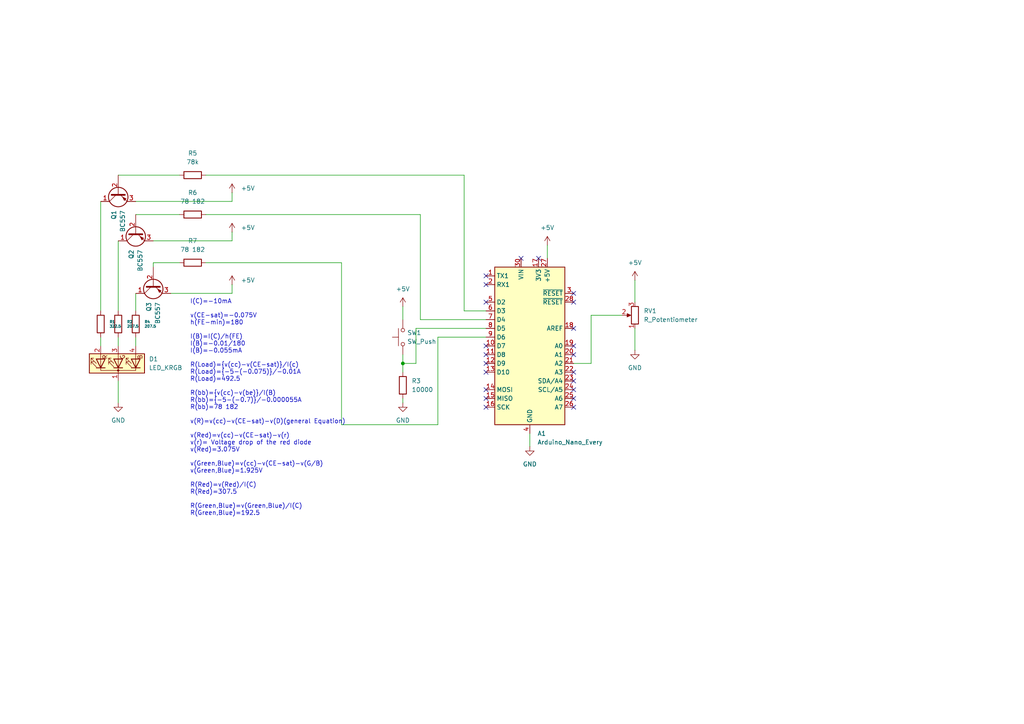
<source format=kicad_sch>
(kicad_sch (version 20231120) (generator "eeschema") (generator_version "8.0")
  (paper "A4")
  (lib_symbols
    (symbol "Device:LED_KRGB" (pin_names (offset 0) hide)
      (property "Reference" "D" (at 0 9.398 0))
      (property "Value" "LED_KRGB" (at 0 -8.89 0))
      (symbol "LED_KRGB_0_0"
        (text "B" (at 1.905 -6.35 0) (effects (font (size 1.27 1.27))))
        (text "G" (at 1.905 -1.27 0) (effects (font (size 1.27 1.27))))
        (text "R" (at 1.905 3.81 0) (effects (font (size 1.27 1.27))))
      )
      (symbol "LED_KRGB_0_1"
        (circle (center -2.032 0) (radius 0.254) (fill (type outline)))
        (polyline (pts (xy -1.27 -5.08) (xy 1.27 -5.08)))
        (polyline (pts (xy -1.27 -3.81) (xy -1.27 -6.35)) (stroke (width 0.254)))
        (polyline (pts (xy -1.27 0) (xy -2.54 0)))
        (polyline (pts (xy -1.27 1.27) (xy -1.27 -1.27)) (stroke (width 0.254)))
        (polyline (pts (xy -1.27 5.08) (xy 1.27 5.08)))
        (polyline (pts (xy -1.27 6.35) (xy -1.27 3.81)) (stroke (width 0.254)))
        (polyline (pts (xy 1.27 -5.08) (xy 2.54 -5.08)))
        (polyline (pts (xy 1.27 0) (xy -1.27 0)))
        (polyline (pts (xy 1.27 0) (xy 2.54 0)))
        (polyline (pts (xy 1.27 5.08) (xy 2.54 5.08)))
        (polyline (pts (xy -1.27 1.27) (xy -1.27 -1.27) (xy -1.27 -1.27)))
        (polyline (pts (xy -1.27 6.35) (xy -1.27 3.81) (xy -1.27 3.81)))
        (polyline (pts (xy -1.27 5.08) (xy -2.032 5.08) (xy -2.032 -5.08) (xy -1.016 -5.08)))
        (polyline (pts (xy 1.27 -3.81) (xy 1.27 -6.35) (xy -1.27 -5.08) (xy 1.27 -3.81)) (stroke (width 0.254)))
        (polyline (pts (xy 1.27 1.27) (xy 1.27 -1.27) (xy -1.27 0) (xy 1.27 1.27)) (stroke (width 0.254)))
        (polyline (pts (xy 1.27 6.35) (xy 1.27 3.81) (xy -1.27 5.08) (xy 1.27 6.35)) (stroke (width 0.254)))
        (polyline (pts (xy -1.016 -3.81) (xy 0.508 -2.286) (xy -0.254 -2.286) (xy 0.508 -2.286) (xy 0.508 -3.048)))
        (polyline (pts (xy -1.016 1.27) (xy 0.508 2.794) (xy -0.254 2.794) (xy 0.508 2.794) (xy 0.508 2.032)))
        (polyline (pts (xy -1.016 6.35) (xy 0.508 7.874) (xy -0.254 7.874) (xy 0.508 7.874) (xy 0.508 7.112)))
        (polyline (pts (xy 0 -3.81) (xy 1.524 -2.286) (xy 0.762 -2.286) (xy 1.524 -2.286) (xy 1.524 -3.048)))
        (polyline (pts (xy 0 1.27) (xy 1.524 2.794) (xy 0.762 2.794) (xy 1.524 2.794) (xy 1.524 2.032)))
        (polyline (pts (xy 0 6.35) (xy 1.524 7.874) (xy 0.762 7.874) (xy 1.524 7.874) (xy 1.524 7.112)))
        (rectangle (start 1.27 -1.27) (end 1.27 1.27))
        (rectangle (start 1.27 1.27) (end 1.27 1.27))
        (rectangle (start 1.27 3.81) (end 1.27 6.35))
        (rectangle (start 1.27 6.35) (end 1.27 6.35))
        (rectangle (start 2.794 8.382) (end -2.794 -7.62) (stroke (width 0.254)) (fill (type background)))
      )
      (symbol "LED_KRGB_1_1"
        (pin passive line (at -5.08 0 0) (length 2.54) (name "K") (number "1"))
        (pin passive line (at 5.08 5.08 180) (length 2.54) (name "RA") (number "2"))
        (pin passive line (at 5.08 0 180) (length 2.54) (name "GA") (number "3"))
        (pin passive line (at 5.08 -5.08 180) (length 2.54) (name "BA") (number "4"))
      )
    )
    (symbol "Device:R" (pin_numbers hide) (pin_names (offset 0))
      (property "Reference" "R" (at 2.032 0 90))
      (property "Value" "R" (at 0 0 90))
      (symbol "R_0_1"
        (rectangle (start -1.016 -2.54) (end 1.016 2.54) (stroke (width 0.254)))
      )
      (symbol "R_1_1"
        (pin passive line (at 0 3.81 270) (length 1.27) (name "~") (number "1"))
        (pin passive line (at 0 -3.81 90) (length 1.27) (name "~") (number "2"))
      )
    )
    (symbol "Device:R_Potentiometer" (pin_names (offset 1.016) hide)
      (property "Reference" "RV" (at -4.445 0 90))
      (property "Value" "R_Potentiometer" (at -2.54 0 90))
      (symbol "R_Potentiometer_0_1"
        (polyline (pts (xy 2.54 0) (xy 1.524 0)))
        (polyline (pts (xy 1.143 0) (xy 2.286 0.508) (xy 2.286 -0.508) (xy 1.143 0)) (fill (type outline)))
        (rectangle (start 1.016 2.54) (end -1.016 -2.54) (stroke (width 0.254)))
      )
      (symbol "R_Potentiometer_1_1"
        (pin passive line (at 0 3.81 270) (length 1.27) (name "1") (number "1"))
        (pin passive line (at 3.81 0 180) (length 1.27) (name "2") (number "2"))
        (pin passive line (at 0 -3.81 90) (length 1.27) (name "3") (number "3"))
      )
    )
    (symbol "MCU_Module:Arduino_Nano_Every"
      (property "Reference" "A" (at -10.16 23.495 0))
      (property "Value" "Arduino_Nano_Every" (at 5.08 -24.13 0))
      (symbol "Arduino_Nano_Every_0_1"
        (rectangle (start -10.16 22.86) (end 10.16 -22.86) (stroke (width 0.254)) (fill (type background)))
      )
      (symbol "Arduino_Nano_Every_1_1"
        (pin bidirectional line (at -12.7 20.32 0) (length 2.54) (name "TX1") (number "1"))
        (pin bidirectional line (at -12.7 0 0) (length 2.54) (name "D7") (number "10"))
        (pin bidirectional line (at -12.7 -2.54 0) (length 2.54) (name "D8") (number "11"))
        (pin bidirectional line (at -12.7 -5.08 0) (length 2.54) (name "D9") (number "12"))
        (pin bidirectional line (at -12.7 -7.62 0) (length 2.54) (name "D10") (number "13"))
        (pin bidirectional line (at -12.7 -12.7 0) (length 2.54) (name "MOSI") (number "14"))
        (pin bidirectional line (at -12.7 -15.24 0) (length 2.54) (name "MISO") (number "15"))
        (pin bidirectional line (at -12.7 -17.78 0) (length 2.54) (name "SCK") (number "16"))
        (pin power_out line (at 2.54 25.4 270) (length 2.54) (name "3V3") (number "17"))
        (pin input line (at 12.7 5.08 180) (length 2.54) (name "AREF") (number "18"))
        (pin bidirectional line (at 12.7 0 180) (length 2.54) (name "A0") (number "19"))
        (pin bidirectional line (at -12.7 17.78 0) (length 2.54) (name "RX1") (number "2"))
        (pin bidirectional line (at 12.7 -2.54 180) (length 2.54) (name "A1") (number "20"))
        (pin bidirectional line (at 12.7 -5.08 180) (length 2.54) (name "A2") (number "21"))
        (pin bidirectional line (at 12.7 -7.62 180) (length 2.54) (name "A3") (number "22"))
        (pin bidirectional line (at 12.7 -10.16 180) (length 2.54) (name "SDA/A4") (number "23"))
        (pin bidirectional line (at 12.7 -12.7 180) (length 2.54) (name "SCL/A5") (number "24"))
        (pin bidirectional line (at 12.7 -15.24 180) (length 2.54) (name "A6") (number "25"))
        (pin bidirectional line (at 12.7 -17.78 180) (length 2.54) (name "A7") (number "26"))
        (pin power_out line (at 5.08 25.4 270) (length 2.54) (name "+5V") (number "27"))
        (pin input line (at 12.7 12.7 180) (length 2.54) (name "~{RESET}") (number "28"))
        (pin passive line (at 0 -25.4 90) (length 2.54) hide (name "GND") (number "29"))
        (pin input line (at 12.7 15.24 180) (length 2.54) (name "~{RESET}") (number "3"))
        (pin power_in line (at -2.54 25.4 270) (length 2.54) (name "VIN") (number "30"))
        (pin power_in line (at 0 -25.4 90) (length 2.54) (name "GND") (number "4"))
        (pin bidirectional line (at -12.7 12.7 0) (length 2.54) (name "D2") (number "5"))
        (pin bidirectional line (at -12.7 10.16 0) (length 2.54) (name "D3") (number "6"))
        (pin bidirectional line (at -12.7 7.62 0) (length 2.54) (name "D4") (number "7"))
        (pin bidirectional line (at -12.7 5.08 0) (length 2.54) (name "D5") (number "8"))
        (pin bidirectional line (at -12.7 2.54 0) (length 2.54) (name "D6") (number "9"))
      )
    )
    (symbol "Switch:SW_Push" (pin_numbers hide) (pin_names (offset 1.016) hide)
      (property "Reference" "SW" (at 1.27 2.54 0))
      (property "Value" "SW_Push" (at 0 -1.524 0))
      (symbol "SW_Push_0_1"
        (circle (center -2.032 0) (radius 0.508))
        (polyline (pts (xy 0 1.27) (xy 0 3.048)))
        (polyline (pts (xy 2.54 1.27) (xy -2.54 1.27)))
        (circle (center 2.032 0) (radius 0.508))
        (pin passive line (at -5.08 0 0) (length 2.54) (name "1") (number "1"))
        (pin passive line (at 5.08 0 180) (length 2.54) (name "2") (number "2"))
      )
    )
    (symbol "Transistor_BJT:BC557" (pin_names (offset 0) hide)
      (property "Reference" "Q" (at 5.08 1.905 0))
      (property "Value" "BC557" (at 5.08 0 0))
      (symbol "BC557_0_1"
        (polyline (pts (xy 0.635 0.635) (xy 2.54 2.54)))
        (polyline (pts (xy 0.635 -0.635) (xy 2.54 -2.54) (xy 2.54 -2.54)))
        (polyline (pts (xy 0.635 1.905) (xy 0.635 -1.905) (xy 0.635 -1.905)) (stroke (width 0.508)))
        (polyline (pts (xy 2.286 -1.778) (xy 1.778 -2.286) (xy 1.27 -1.27) (xy 2.286 -1.778) (xy 2.286 -1.778)) (fill (type outline)))
        (circle (center 1.27 0) (radius 2.8194) (stroke (width 0.254)))
      )
      (symbol "BC557_1_1"
        (pin passive line (at 2.54 5.08 270) (length 2.54) (name "C") (number "1"))
        (pin input line (at -5.08 0 0) (length 5.715) (name "B") (number "2"))
        (pin passive line (at 2.54 -5.08 90) (length 2.54) (name "E") (number "3"))
      )
    )
    (symbol "power:+5V" (power) (pin_numbers hide) (pin_names (offset 0) hide)
      (property "Value" "+5V" (at 0 3.556 0))
      (symbol "+5V_0_1"
        (polyline (pts (xy -0.762 1.27) (xy 0 2.54)))
        (polyline (pts (xy 0 0) (xy 0 2.54)))
        (polyline (pts (xy 0 2.54) (xy 0.762 1.27)))
      )
      (symbol "+5V_1_1"
        (pin power_in line (at 0 0 90) (length 0) (name "~") (number "1"))
      )
    )
    (symbol "power:GND" (power) (pin_numbers hide) (pin_names (offset 0) hide)
      (property "Value" "GND" (at 0 -3.81 0))
      (symbol "GND_0_1"
        (polyline (pts (xy 0 0) (xy 0 -1.27) (xy 1.27 -1.27) (xy 0 -2.54) (xy -1.27 -1.27) (xy 0 -1.27)))
      )
      (symbol "GND_1_1"
        (pin power_in line (at 0 0 270) (length 0) (name "~") (number "1"))
      )
    )
  )
  (junction (at 116.84 105.41))
  (no_connect (at 166.37 87.63))
  (no_connect (at 166.37 113.03))
  (no_connect (at 140.97 118.11))
  (no_connect (at 140.97 87.63))
  (no_connect (at 140.97 102.87))
  (no_connect (at 140.97 100.33))
  (no_connect (at 166.37 118.11))
  (no_connect (at 166.37 102.87))
  (no_connect (at 140.97 113.03))
  (no_connect (at 156.21 74.93))
  (no_connect (at 166.37 110.49))
  (no_connect (at 166.37 107.95))
  (no_connect (at 140.97 82.55))
  (no_connect (at 151.13 74.93))
  (no_connect (at 166.37 95.25))
  (no_connect (at 140.97 105.41))
  (no_connect (at 140.97 107.95))
  (no_connect (at 166.37 100.33))
  (no_connect (at 166.37 115.57))
  (no_connect (at 140.97 115.57))
  (no_connect (at 140.97 80.01))
  (no_connect (at 166.37 85.09))
  (wire (pts (xy 67.31 55.88) (xy 67.31 58.42)))
  (wire (pts (xy 116.84 115.57) (xy 116.84 116.84)))
  (wire (pts (xy 127 123.19) (xy 127 97.79)))
  (wire (pts (xy 67.31 69.85) (xy 67.31 67.31)))
  (wire (pts (xy 59.69 76.2) (xy 99.06 76.2)))
  (wire (pts (xy 39.37 85.09) (xy 39.37 90.17)))
  (wire (pts (xy 59.69 50.8) (xy 134.62 50.8)))
  (wire (pts (xy 180.34 91.44) (xy 171.45 91.44)))
  (wire (pts (xy 127 123.19) (xy 99.06 123.19)))
  (wire (pts (xy 34.29 69.85) (xy 34.29 90.17)))
  (wire (pts (xy 52.07 50.8) (xy 34.29 50.8)))
  (wire (pts (xy 184.15 87.63) (xy 184.15 81.28)))
  (wire (pts (xy 39.37 58.42) (xy 67.31 58.42)))
  (wire (pts (xy 39.37 97.79) (xy 39.37 100.33)))
  (wire (pts (xy 67.31 85.09) (xy 67.31 82.55)))
  (wire (pts (xy 171.45 91.44) (xy 171.45 105.41)))
  (wire (pts (xy 49.53 85.09) (xy 67.31 85.09)))
  (wire (pts (xy 121.92 62.23) (xy 121.92 92.71)))
  (wire (pts (xy 184.15 95.25) (xy 184.15 101.6)))
  (wire (pts (xy 116.84 105.41) (xy 116.84 107.95)))
  (wire (pts (xy 134.62 50.8) (xy 134.62 90.17)))
  (wire (pts (xy 34.29 97.79) (xy 34.29 100.33)))
  (wire (pts (xy 120.65 105.41) (xy 116.84 105.41)))
  (wire (pts (xy 153.67 125.73) (xy 153.67 129.54)))
  (wire (pts (xy 116.84 102.87) (xy 116.84 105.41)))
  (wire (pts (xy 44.45 69.85) (xy 67.31 69.85)))
  (wire (pts (xy 158.75 71.12) (xy 158.75 74.93)))
  (wire (pts (xy 116.84 88.9) (xy 116.84 92.71)))
  (wire (pts (xy 29.21 58.42) (xy 29.21 90.17)))
  (wire (pts (xy 99.06 76.2) (xy 99.06 123.19)))
  (wire (pts (xy 134.62 90.17) (xy 140.97 90.17)))
  (wire (pts (xy 127 97.79) (xy 140.97 97.79)))
  (wire (pts (xy 171.45 105.41) (xy 166.37 105.41)))
  (wire (pts (xy 120.65 105.41) (xy 120.65 95.25)))
  (wire (pts (xy 44.45 76.2) (xy 52.07 76.2)))
  (wire (pts (xy 34.29 110.49) (xy 34.29 116.84)))
  (wire (pts (xy 121.92 92.71) (xy 140.97 92.71)))
  (wire (pts (xy 59.69 62.23) (xy 121.92 62.23)))
  (wire (pts (xy 39.37 62.23) (xy 52.07 62.23)))
  (wire (pts (xy 29.21 97.79) (xy 29.21 100.33)))
  (wire (pts (xy 44.45 76.2) (xy 44.45 77.47)))
  (wire (pts (xy 120.65 95.25) (xy 140.97 95.25)))
  (text "v(R)=v(cc)-v(CE-sat)-v(D)(general Equation)\n\nv(Red)=v(cc)-v(CE-sat)-v(r)\nv(r)= Voltage drop of the red diode\nv(Red)=3.075V\n\nv(Green,Blue)=v(cc)-v(CE-sat)-v(G/B)\nv(Green,Blue)=1.925V\n\nR(Red)=v(Red)/I(C)\nR(Red)=307.5\n\nR(Green,Blue)=v(Green,Blue)/I(C)\nR(Green,Blue)=192.5" (at 55.118 135.636 0) (effects (font (size 1.27 1.27)) (justify left)))
  (text "I(C)=-10mA\n\nv(CE-sat)=-0.075V\nh(FE-min)=180\n\nI(B)=I(C)/h(FE)\nI(B)=-0.01/180\nI(B)=-0.055mA\n\nR(Load)={v(cc)-v(CE-sat)}/I(c)\nR(Load)={-5-(-0.075)}/-0.01A\nR(Load)=492.5\n\nR(bb)={v(cc)-v(be)}/I(B)\nR(bb)={-5-(-0.7)}/-0.000055A\nR(bb)=78 182\n" (at 55.118 102.87 0) (effects (font (size 1.27 1.27)) (justify left)))
  (symbol (lib_id "Device:R") (at 55.88 50.8 90) (unit 1)
    (property "Reference" "R5" (at 55.88 44.45 90))
    (property "Value" "78k" (at 55.88 46.99 90))
    (property "Description" "Resistor" (effects (hide yes)))
  )
  (symbol (lib_id "Device:R") (at 116.84 111.76 0) (unit 1)
    (property "Reference" "R3" (at 119.38 110.4899 0) (effects (justify left)))
    (property "Value" "10000" (at 119.38 113.0299 0) (effects (justify left)))
    (property "Description" "Resistor" (effects (hide yes)))
  )
  (symbol (lib_id "Transistor_BJT:BC557") (at 34.29 55.88 90) (mirror x) (unit 1)
    (property "Reference" "Q1" (at 33.0199 60.96 0) (effects (justify left)))
    (property "Value" "BC557" (at 35.5599 60.96 0) (effects (justify left)))
    (property "Footprint" "Package_TO_SOT_THT:TO-92_Inline" (effects (hide yes)))
    (property "Datasheet" "https://www.onsemi.com/pub/Collateral/BC556BTA-D.pdf" (effects (hide yes)))
    (property "Description" "0.1A Ic, 45V Vce, PNP Small Signal Transistor, TO-92" (effects (hide yes)))
  )
  (symbol (lib_id "Device:R_Potentiometer") (at 184.15 91.44 180) (unit 1)
    (property "Reference" "RV1" (at 186.69 90.1699 0) (effects (justify right)))
    (property "Value" "R_Potentiometer" (at 186.69 92.7099 0) (effects (justify right)))
    (property "Description" "Potentiometer" (effects (hide yes)))
  )
  (symbol (lib_id "power:GND") (at 153.67 129.54 0) (unit 1)
    (property "Reference" "#PWR02" (effects (hide yes)))
    (property "Value" "GND" (at 153.67 134.62 0))
    (property "Description" "Power symbol creates a global label with name \"GND\" , ground" (effects (hide yes)))
  )
  (symbol (lib_id "power:GND") (at 116.84 116.84 0) (unit 1)
    (property "Reference" "#PWR03" (effects (hide yes)))
    (property "Value" "GND" (at 116.84 121.92 0))
    (property "Description" "Power symbol creates a global label with name \"GND\" , ground" (effects (hide yes)))
  )
  (symbol (lib_id "Device:LED_KRGB") (at 34.29 105.41 90) (unit 1)
    (property "Reference" "D1" (at 43.18 104.1399 90) (effects (justify right)))
    (property "Value" "LED_KRGB" (at 43.18 106.6799 90) (effects (justify right)))
    (property "Description" "RGB LED, cathode/red/green/blue" (effects (hide yes)))
  )
  (symbol (lib_id "Device:R") (at 55.88 76.2 90) (unit 1)
    (property "Reference" "R7" (at 55.88 69.85 90))
    (property "Value" "78 182" (at 55.88 72.39 90))
    (property "Description" "Resistor" (effects (hide yes)))
  )
  (symbol (lib_id "Transistor_BJT:BC557") (at 44.45 82.55 90) (mirror x) (unit 1)
    (property "Reference" "Q3" (at 43.1799 87.63 0) (effects (justify left)))
    (property "Value" "BC557" (at 45.7199 87.63 0) (effects (justify left)))
    (property "Footprint" "Package_TO_SOT_THT:TO-92_Inline" (effects (hide yes)))
    (property "Datasheet" "https://www.onsemi.com/pub/Collateral/BC556BTA-D.pdf" (effects (hide yes)))
    (property "Description" "0.1A Ic, 45V Vce, PNP Small Signal Transistor, TO-92" (effects (hide yes)))
  )
  (symbol (lib_id "Switch:SW_Push") (at 116.84 97.79 90) (unit 1)
    (property "Reference" "SW1" (at 118.11 96.5199 90) (effects (justify right)))
    (property "Value" "SW_Push" (at 118.11 99.0599 90) (effects (justify right)))
    (property "Description" "Push button switch, generic, two pins" (effects (hide yes)))
  )
  (symbol (lib_id "Device:R") (at 39.37 93.98 0) (unit 1)
    (property "Reference" "R4" (at 41.91 93.345 0) (effects (font (size 0.762 0.762)) (justify left)))
    (property "Value" "207.5" (at 41.91 94.615 0) (effects (font (size 0.762 0.762)) (justify left)))
    (property "Description" "Resistor" (effects (hide yes)))
  )
  (symbol (lib_id "MCU_Module:Arduino_Nano_Every") (at 153.67 100.33 0) (unit 1)
    (property "Reference" "A1" (at 155.8641 125.73 0) (effects (justify left)))
    (property "Value" "Arduino_Nano_Every" (at 155.8641 128.27 0) (effects (justify left)))
    (property "Footprint" "Module:Arduino_Nano" (effects (hide yes)))
    (property "Datasheet" "https://content.arduino.cc/assets/NANOEveryV3.0_sch.pdf" (effects (hide yes)))
    (property "Description" "Arduino Nano Every" (effects (hide yes)))
  )
  (symbol (lib_id "Device:R") (at 29.21 93.98 0) (unit 1)
    (property "Reference" "R1" (at 31.75 93.345 0) (effects (font (size 0.762 0.762)) (justify left)))
    (property "Value" "322.5" (at 31.75 94.615 0) (effects (font (size 0.762 0.762)) (justify left)))
    (property "Description" "Resistor" (effects (hide yes)))
  )
  (symbol (lib_id "Device:R") (at 55.88 62.23 90) (unit 1)
    (property "Reference" "R6" (at 55.88 55.88 90))
    (property "Value" "78 182" (at 55.88 58.42 90))
    (property "Description" "Resistor" (effects (hide yes)))
  )
  (symbol (lib_id "Device:R") (at 34.29 93.98 0) (unit 1)
    (property "Reference" "R2" (at 36.83 93.345 0) (effects (font (size 0.762 0.762)) (justify left)))
    (property "Value" "207.5" (at 36.83 94.615 0) (effects (font (size 0.762 0.762)) (justify left)))
    (property "Description" "Resistor" (effects (hide yes)))
  )
  (symbol (lib_id "Transistor_BJT:BC557") (at 39.37 67.31 90) (mirror x) (unit 1)
    (property "Reference" "Q2" (at 38.0999 72.39 0) (effects (justify left)))
    (property "Value" "BC557" (at 40.6399 72.39 0) (effects (justify left)))
    (property "Footprint" "Package_TO_SOT_THT:TO-92_Inline" (effects (hide yes)))
    (property "Datasheet" "https://www.onsemi.com/pub/Collateral/BC556BTA-D.pdf" (effects (hide yes)))
    (property "Description" "0.1A Ic, 45V Vce, PNP Small Signal Transistor, TO-92" (effects (hide yes)))
  )
  (symbol (lib_id "power:+5V") (at 67.31 67.31 0) (unit 1)
    (property "Reference" "#PWR07" (effects (hide yes)))
    (property "Value" "+5V" (at 69.85 66.0399 0) (effects (justify left)))
    (property "Description" "Power symbol creates a global label with name \"+5V\"" (effects (hide yes)))
  )
  (symbol (lib_id "power:+5V") (at 158.75 71.12 0) (unit 1)
    (property "Reference" "#PWR01" (effects (hide yes)))
    (property "Value" "+5V" (at 158.75 66.04 0))
    (property "Description" "Power symbol creates a global label with name \"+5V\"" (effects (hide yes)))
  )
  (symbol (lib_id "power:+5V") (at 116.84 88.9 0) (unit 1)
    (property "Reference" "#PWR04" (effects (hide yes)))
    (property "Value" "+5V" (at 116.84 83.82 0))
    (property "Description" "Power symbol creates a global label with name \"+5V\"" (effects (hide yes)))
  )
  (symbol (lib_id "power:+5V") (at 184.15 81.28 0) (unit 1)
    (property "Reference" "#PWR06" (effects (hide yes)))
    (property "Value" "+5V" (at 184.15 76.2 0))
    (property "Description" "Power symbol creates a global label with name \"+5V\"" (effects (hide yes)))
  )
  (symbol (lib_id "power:+5V") (at 67.31 82.55 0) (unit 1)
    (property "Reference" "#PWR08" (effects (hide yes)))
    (property "Value" "+5V" (at 69.85 81.2799 0) (effects (justify left)))
    (property "Description" "Power symbol creates a global label with name \"+5V\"" (effects (hide yes)))
  )
  (symbol (lib_id "power:GND") (at 184.15 101.6 0) (unit 1)
    (property "Reference" "#PWR05" (effects (hide yes)))
    (property "Value" "GND" (at 184.15 106.68 0))
    (property "Description" "Power symbol creates a global label with name \"GND\" , ground" (effects (hide yes)))
  )
  (symbol (lib_id "power:GND") (at 34.29 116.84 0) (unit 1)
    (property "Reference" "#PWR010" (effects (hide yes)))
    (property "Value" "GND" (at 34.29 121.92 0))
    (property "Description" "Power symbol creates a global label with name \"GND\" , ground" (effects (hide yes)))
  )
  (symbol (lib_id "power:+5V") (at 67.31 55.88 0) (unit 1)
    (property "Reference" "#PWR09" (effects (hide yes)))
    (property "Value" "+5V" (at 69.85 54.6099 0) (effects (justify left)))
    (property "Description" "Power symbol creates a global label with name \"+5V\"" (effects (hide yes)))
  )
)
</source>
